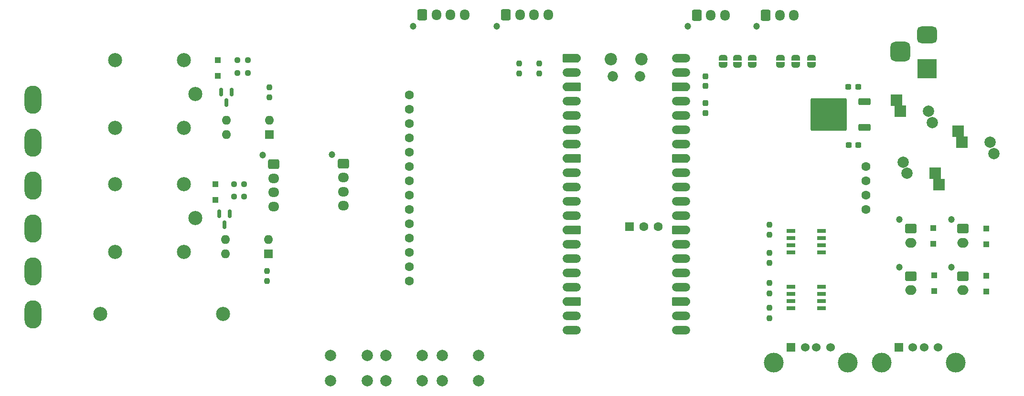
<source format=gts>
%TF.GenerationSoftware,KiCad,Pcbnew,9.0.0-rc3*%
%TF.CreationDate,2025-02-18T21:04:31+09:00*%
%TF.ProjectId,hydroponics,68796472-6f70-46f6-9e69-63732e6b6963,rev?*%
%TF.SameCoordinates,Original*%
%TF.FileFunction,Soldermask,Top*%
%TF.FilePolarity,Negative*%
%FSLAX46Y46*%
G04 Gerber Fmt 4.6, Leading zero omitted, Abs format (unit mm)*
G04 Created by KiCad (PCBNEW 9.0.0-rc3) date 2025-02-18 21:04:31*
%MOMM*%
%LPD*%
G01*
G04 APERTURE LIST*
G04 Aperture macros list*
%AMRoundRect*
0 Rectangle with rounded corners*
0 $1 Rounding radius*
0 $2 $3 $4 $5 $6 $7 $8 $9 X,Y pos of 4 corners*
0 Add a 4 corners polygon primitive as box body*
4,1,4,$2,$3,$4,$5,$6,$7,$8,$9,$2,$3,0*
0 Add four circle primitives for the rounded corners*
1,1,$1+$1,$2,$3*
1,1,$1+$1,$4,$5*
1,1,$1+$1,$6,$7*
1,1,$1+$1,$8,$9*
0 Add four rect primitives between the rounded corners*
20,1,$1+$1,$2,$3,$4,$5,0*
20,1,$1+$1,$4,$5,$6,$7,0*
20,1,$1+$1,$6,$7,$8,$9,0*
20,1,$1+$1,$8,$9,$2,$3,0*%
%AMFreePoly0*
4,1,23,0.500000,-0.750000,0.000000,-0.750000,0.000000,-0.745722,-0.065263,-0.745722,-0.191342,-0.711940,-0.304381,-0.646677,-0.396677,-0.554381,-0.461940,-0.441342,-0.495722,-0.315263,-0.495722,-0.250000,-0.500000,-0.250000,-0.500000,0.250000,-0.495722,0.250000,-0.495722,0.315263,-0.461940,0.441342,-0.396677,0.554381,-0.304381,0.646677,-0.191342,0.711940,-0.065263,0.745722,0.000000,0.745722,
0.000000,0.750000,0.500000,0.750000,0.500000,-0.750000,0.500000,-0.750000,$1*%
%AMFreePoly1*
4,1,23,0.000000,0.745722,0.065263,0.745722,0.191342,0.711940,0.304381,0.646677,0.396677,0.554381,0.461940,0.441342,0.495722,0.315263,0.495722,0.250000,0.500000,0.250000,0.500000,-0.250000,0.495722,-0.250000,0.495722,-0.315263,0.461940,-0.441342,0.396677,-0.554381,0.304381,-0.646677,0.191342,-0.711940,0.065263,-0.745722,0.000000,-0.745722,0.000000,-0.750000,-0.500000,-0.750000,
-0.500000,0.750000,0.000000,0.750000,0.000000,0.745722,0.000000,0.745722,$1*%
%AMFreePoly2*
4,1,37,0.800000,0.796148,0.878414,0.796148,1.032228,0.765552,1.177117,0.705537,1.307515,0.618408,1.418408,0.507515,1.505537,0.377117,1.565552,0.232228,1.596148,0.078414,1.596148,-0.078414,1.565552,-0.232228,1.505537,-0.377117,1.418408,-0.507515,1.307515,-0.618408,1.177117,-0.705537,1.032228,-0.765552,0.878414,-0.796148,0.800000,-0.796148,0.800000,-0.800000,-1.400000,-0.800000,
-1.403843,-0.796157,-1.439018,-0.796157,-1.511114,-0.766294,-1.566294,-0.711114,-1.596157,-0.639018,-1.596157,-0.603843,-1.600000,-0.600000,-1.600000,0.600000,-1.596157,0.603843,-1.596157,0.639018,-1.566294,0.711114,-1.511114,0.766294,-1.439018,0.796157,-1.403843,0.796157,-1.400000,0.800000,0.800000,0.800000,0.800000,0.796148,0.800000,0.796148,$1*%
%AMFreePoly3*
4,1,37,1.403843,0.796157,1.439018,0.796157,1.511114,0.766294,1.566294,0.711114,1.596157,0.639018,1.596157,0.603843,1.600000,0.600000,1.600000,-0.600000,1.596157,-0.603843,1.596157,-0.639018,1.566294,-0.711114,1.511114,-0.766294,1.439018,-0.796157,1.403843,-0.796157,1.400000,-0.800000,-0.800000,-0.800000,-0.800000,-0.796148,-0.878414,-0.796148,-1.032228,-0.765552,-1.177117,-0.705537,
-1.307515,-0.618408,-1.418408,-0.507515,-1.505537,-0.377117,-1.565552,-0.232228,-1.596148,-0.078414,-1.596148,0.078414,-1.565552,0.232228,-1.505537,0.377117,-1.418408,0.507515,-1.307515,0.618408,-1.177117,0.705537,-1.032228,0.765552,-0.878414,0.796148,-0.800000,0.796148,-0.800000,0.800000,1.400000,0.800000,1.403843,0.796157,1.403843,0.796157,$1*%
G04 Aperture macros list end*
%ADD10C,1.200000*%
%ADD11RoundRect,0.250000X-0.600000X-0.725000X0.600000X-0.725000X0.600000X0.725000X-0.600000X0.725000X0*%
%ADD12O,1.700000X1.950000*%
%ADD13RoundRect,0.250000X-0.750000X0.600000X-0.750000X-0.600000X0.750000X-0.600000X0.750000X0.600000X0*%
%ADD14O,2.000000X1.700000*%
%ADD15RoundRect,0.250000X-0.300000X0.300000X-0.300000X-0.300000X0.300000X-0.300000X0.300000X0.300000X0*%
%ADD16R,1.525000X0.700000*%
%ADD17RoundRect,0.237500X-0.237500X0.250000X-0.237500X-0.250000X0.237500X-0.250000X0.237500X0.250000X0*%
%ADD18R,2.000000X2.000000*%
%ADD19C,2.000000*%
%ADD20RoundRect,0.150000X-0.150000X0.587500X-0.150000X-0.587500X0.150000X-0.587500X0.150000X0.587500X0*%
%ADD21FreePoly0,90.000000*%
%ADD22FreePoly1,90.000000*%
%ADD23RoundRect,0.237500X-0.250000X-0.237500X0.250000X-0.237500X0.250000X0.237500X-0.250000X0.237500X0*%
%ADD24RoundRect,0.250000X-0.725000X0.600000X-0.725000X-0.600000X0.725000X-0.600000X0.725000X0.600000X0*%
%ADD25O,1.950000X1.700000*%
%ADD26C,2.500000*%
%ADD27C,1.600000*%
%ADD28RoundRect,0.237500X0.237500X-0.250000X0.237500X0.250000X-0.237500X0.250000X-0.237500X-0.250000X0*%
%ADD29RoundRect,0.237500X0.300000X0.237500X-0.300000X0.237500X-0.300000X-0.237500X0.300000X-0.237500X0*%
%ADD30C,2.200000*%
%ADD31C,1.850000*%
%ADD32FreePoly2,0.000000*%
%ADD33RoundRect,0.800000X-0.800000X-0.000010X0.800000X-0.000010X0.800000X0.000010X-0.800000X0.000010X0*%
%ADD34FreePoly3,0.000000*%
%ADD35RoundRect,0.200000X-0.600000X-0.600000X0.600000X-0.600000X0.600000X0.600000X-0.600000X0.600000X0*%
%ADD36R,1.524000X1.524000*%
%ADD37C,1.524000*%
%ADD38C,3.500000*%
%ADD39RoundRect,0.237500X-0.237500X0.300000X-0.237500X-0.300000X0.237500X-0.300000X0.237500X0.300000X0*%
%ADD40RoundRect,0.237500X0.237500X-0.300000X0.237500X0.300000X-0.237500X0.300000X-0.237500X-0.300000X0*%
%ADD41O,3.000000X5.000000*%
%ADD42R,1.600000X1.600000*%
%ADD43O,1.600000X1.600000*%
%ADD44RoundRect,0.250000X0.850000X0.350000X-0.850000X0.350000X-0.850000X-0.350000X0.850000X-0.350000X0*%
%ADD45RoundRect,0.249997X2.950003X2.650003X-2.950003X2.650003X-2.950003X-2.650003X2.950003X-2.650003X0*%
%ADD46R,3.500000X3.500000*%
%ADD47RoundRect,0.750000X-1.000000X0.750000X-1.000000X-0.750000X1.000000X-0.750000X1.000000X0.750000X0*%
%ADD48RoundRect,0.875000X-0.875000X0.875000X-0.875000X-0.875000X0.875000X-0.875000X0.875000X0.875000X0*%
G04 APERTURE END LIST*
D10*
%TO.C,J7*%
X122950000Y-63705000D03*
D11*
X124550000Y-61705000D03*
D12*
X127050000Y-61705000D03*
X129550000Y-61705000D03*
X132050000Y-61705000D03*
%TD*%
D10*
%TO.C,OUT2*%
X203575000Y-98030000D03*
D13*
X205575000Y-99630000D03*
D14*
X205575000Y-102130000D03*
%TD*%
D15*
%TO.C,D1*%
X200350000Y-99480000D03*
X200350000Y-102280000D03*
%TD*%
D16*
%TO.C,IC2*%
X175088000Y-109925000D03*
X175088000Y-111195000D03*
X175088000Y-112465000D03*
X175088000Y-113735000D03*
X180512000Y-113735000D03*
X180512000Y-112465000D03*
X180512000Y-111195000D03*
X180512000Y-109925000D03*
%TD*%
D15*
%TO.C,D6*%
X73500000Y-69725000D03*
X73500000Y-72525000D03*
%TD*%
D17*
%TO.C,R4*%
X171300000Y-103887500D03*
X171300000Y-105712500D03*
%TD*%
D15*
%TO.C,D2*%
X209750000Y-99580000D03*
X209750000Y-102380000D03*
%TD*%
D18*
%TO.C,C3*%
X204745179Y-82300000D03*
X205417323Y-84300000D03*
D19*
X210417323Y-84300000D03*
X211089467Y-86300000D03*
%TD*%
D15*
%TO.C,D4*%
X209750000Y-107980000D03*
X209750000Y-110780000D03*
%TD*%
D20*
%TO.C,Q2*%
X75950000Y-75387500D03*
X74050000Y-75387500D03*
X75000000Y-77262500D03*
%TD*%
D21*
%TO.C,JP6*%
X173200000Y-70600000D03*
D22*
X173200000Y-69300000D03*
%TD*%
D23*
%TO.C,R7*%
X76337500Y-91750000D03*
X78162500Y-91750000D03*
%TD*%
D10*
%TO.C,J10*%
X81425000Y-86575000D03*
D24*
X83425000Y-88175000D03*
D25*
X83425000Y-90675000D03*
X83425000Y-93175000D03*
X83425000Y-95675000D03*
%TD*%
D21*
%TO.C,JP4*%
X178700000Y-70600000D03*
D22*
X178700000Y-69300000D03*
%TD*%
D26*
%TO.C,U5*%
X67500000Y-81725000D03*
X67500000Y-69725000D03*
X69500000Y-75725000D03*
X55300000Y-69725000D03*
X55300000Y-81725000D03*
%TD*%
D17*
%TO.C,R9*%
X82200000Y-107112500D03*
X82200000Y-108937500D03*
%TD*%
D21*
%TO.C,JP2*%
X165600000Y-70580000D03*
D22*
X165600000Y-69280000D03*
%TD*%
D21*
%TO.C,JP1*%
X168200000Y-70580000D03*
D22*
X168200000Y-69280000D03*
%TD*%
D23*
%TO.C,R10*%
X76987500Y-69725000D03*
X78812500Y-69725000D03*
%TD*%
D27*
%TO.C,U2*%
X107400000Y-75890000D03*
X107400000Y-78430000D03*
X107400000Y-80970000D03*
X107400000Y-83510000D03*
X107400000Y-86050000D03*
X107400000Y-88590000D03*
X107400000Y-91130000D03*
X107400000Y-93670000D03*
X107400000Y-96210000D03*
X107400000Y-98750000D03*
X107400000Y-101290000D03*
X107400000Y-103830000D03*
X107400000Y-106370000D03*
X107400000Y-108910000D03*
X188400000Y-88590000D03*
X188400000Y-91130000D03*
X188400000Y-93670000D03*
X188400000Y-96210000D03*
%TD*%
D19*
%TO.C,SW1*%
X93450000Y-122150000D03*
X99950000Y-122150000D03*
X93450000Y-126650000D03*
X99950000Y-126650000D03*
%TD*%
D28*
%TO.C,R5*%
X171300000Y-111112500D03*
X171300000Y-109287500D03*
%TD*%
D19*
%TO.C,SW3*%
X113250000Y-122150000D03*
X119750000Y-122150000D03*
X113250000Y-126650000D03*
X119750000Y-126650000D03*
%TD*%
%TO.C,SW2*%
X103250000Y-122150000D03*
X109750000Y-122150000D03*
X103250000Y-126650000D03*
X109750000Y-126650000D03*
%TD*%
D10*
%TO.C,J6*%
X108150000Y-63705000D03*
D11*
X109750000Y-61705000D03*
D12*
X112250000Y-61705000D03*
X114750000Y-61705000D03*
X117250000Y-61705000D03*
%TD*%
D15*
%TO.C,D3*%
X200450000Y-107905000D03*
X200450000Y-110705000D03*
%TD*%
D26*
%TO.C,U3*%
X67500000Y-103725000D03*
X67500000Y-91725000D03*
X69500000Y-97725000D03*
X55300000Y-91725000D03*
X55300000Y-103725000D03*
%TD*%
D10*
%TO.C,J8*%
X169000000Y-63730000D03*
D11*
X170600000Y-61730000D03*
D12*
X173100000Y-61730000D03*
X175600000Y-61730000D03*
%TD*%
D10*
%TO.C,J5*%
X156800000Y-63730000D03*
D11*
X158400000Y-61730000D03*
D12*
X160900000Y-61730000D03*
X163400000Y-61730000D03*
%TD*%
D26*
%TO.C,F1*%
X52650000Y-114800000D03*
X74450000Y-114800000D03*
%TD*%
D18*
%TO.C,C4*%
X201354821Y-91800000D03*
X200682677Y-89800000D03*
D19*
X195682677Y-89800000D03*
X195010533Y-87800000D03*
%TD*%
D29*
%TO.C,C5*%
X187062500Y-84830000D03*
X185337500Y-84830000D03*
%TD*%
D30*
%TO.C,A1*%
X143175000Y-69525000D03*
D31*
X143475000Y-72555000D03*
X148325000Y-72555000D03*
D30*
X148625000Y-69525000D03*
D32*
X136210000Y-69395000D03*
D33*
X136210000Y-71935000D03*
D34*
X136210000Y-74475000D03*
D33*
X136210000Y-77015000D03*
X136210000Y-79555000D03*
X136210000Y-82095000D03*
X136210000Y-84635000D03*
D34*
X136210000Y-87175000D03*
D33*
X136210000Y-89715000D03*
X136210000Y-92255000D03*
X136210000Y-94795000D03*
X136210000Y-97335000D03*
D34*
X136210000Y-99875000D03*
D33*
X136210000Y-102415000D03*
X136210000Y-104955000D03*
X136210000Y-107495000D03*
X136210000Y-110035000D03*
D34*
X136210000Y-112575000D03*
D33*
X136210000Y-115115000D03*
X136210000Y-117655000D03*
X155590000Y-117655000D03*
X155590000Y-115115000D03*
D32*
X155590000Y-112575000D03*
D33*
X155590000Y-110035000D03*
X155590000Y-107495000D03*
X155590000Y-104955000D03*
X155590000Y-102415000D03*
D32*
X155590000Y-99875000D03*
D33*
X155590000Y-97335000D03*
X155590000Y-94795000D03*
X155590000Y-92255000D03*
X155590000Y-89715000D03*
D32*
X155590000Y-87175000D03*
D33*
X155590000Y-84635000D03*
X155590000Y-82095000D03*
X155590000Y-79555000D03*
X155590000Y-77015000D03*
D32*
X155590000Y-74475000D03*
D33*
X155590000Y-71935000D03*
X155590000Y-69395000D03*
D35*
X146484100Y-99225000D03*
D27*
X149024100Y-99225000D03*
X151564100Y-99225000D03*
%TD*%
D36*
%TO.C,J4*%
X175100000Y-120702500D03*
D37*
X177600000Y-120702500D03*
X179600000Y-120702500D03*
X182100000Y-120702500D03*
D38*
X172030000Y-123412500D03*
X185170000Y-123412500D03*
%TD*%
D39*
%TO.C,C1*%
X159900000Y-72567500D03*
X159900000Y-74292500D03*
%TD*%
D16*
%TO.C,IC1*%
X175088000Y-100025000D03*
X175088000Y-101295000D03*
X175088000Y-102565000D03*
X175088000Y-103835000D03*
X180512000Y-103835000D03*
X180512000Y-102565000D03*
X180512000Y-101295000D03*
X180512000Y-100025000D03*
%TD*%
D10*
%TO.C,OUT4*%
X203575000Y-106430000D03*
D13*
X205575000Y-108030000D03*
D14*
X205575000Y-110530000D03*
%TD*%
D40*
%TO.C,C2*%
X159900000Y-79092500D03*
X159900000Y-77367500D03*
%TD*%
D41*
%TO.C,J9*%
X40700000Y-114850000D03*
X40700000Y-107230000D03*
X40700000Y-99610000D03*
X40700000Y-91990000D03*
X40700000Y-84370000D03*
X40700000Y-76750000D03*
%TD*%
D28*
%TO.C,R3*%
X171300000Y-100712500D03*
X171300000Y-98887500D03*
%TD*%
%TO.C,R2*%
X130500000Y-72112500D03*
X130500000Y-70287500D03*
%TD*%
D36*
%TO.C,J3*%
X194200000Y-120702500D03*
D37*
X196700000Y-120702500D03*
X198700000Y-120702500D03*
X201200000Y-120702500D03*
D38*
X191130000Y-123412500D03*
X204270000Y-123412500D03*
%TD*%
D23*
%TO.C,R11*%
X76987500Y-72025000D03*
X78812500Y-72025000D03*
%TD*%
D17*
%TO.C,R6*%
X171300000Y-113687500D03*
X171300000Y-115512500D03*
%TD*%
D23*
%TO.C,R8*%
X76337500Y-93950000D03*
X78162500Y-93950000D03*
%TD*%
D21*
%TO.C,JP5*%
X175900000Y-70600000D03*
D22*
X175900000Y-69300000D03*
%TD*%
D42*
%TO.C,U6*%
X82600000Y-82900000D03*
D43*
X82600000Y-80360000D03*
X74980000Y-80360000D03*
X74980000Y-82900000D03*
%TD*%
D10*
%TO.C,OUT1*%
X194300000Y-98030000D03*
D13*
X196300000Y-99630000D03*
D14*
X196300000Y-102130000D03*
%TD*%
D28*
%TO.C,R12*%
X82600000Y-76337500D03*
X82600000Y-74512500D03*
%TD*%
D44*
%TO.C,U1*%
X188100000Y-81637500D03*
D45*
X181800000Y-79357500D03*
D44*
X188100000Y-77077500D03*
%TD*%
D15*
%TO.C,D5*%
X73050000Y-91750000D03*
X73050000Y-94550000D03*
%TD*%
D20*
%TO.C,Q1*%
X75600000Y-97012500D03*
X73700000Y-97012500D03*
X74650000Y-98887500D03*
%TD*%
D29*
%TO.C,C6*%
X187000000Y-74430000D03*
X185275000Y-74430000D03*
%TD*%
D21*
%TO.C,JP3*%
X163100000Y-70580000D03*
D22*
X163100000Y-69280000D03*
%TD*%
D10*
%TO.C,OUT3*%
X194300000Y-106455000D03*
D13*
X196300000Y-108055000D03*
D14*
X196300000Y-110555000D03*
%TD*%
D42*
%TO.C,U4*%
X82500000Y-104125000D03*
D43*
X82500000Y-101585000D03*
X74880000Y-101585000D03*
X74880000Y-104125000D03*
%TD*%
D10*
%TO.C,J2*%
X93725000Y-86480000D03*
D24*
X95725000Y-88080000D03*
D25*
X95725000Y-90580000D03*
X95725000Y-93080000D03*
X95725000Y-95580000D03*
%TD*%
D46*
%TO.C,J1*%
X199200000Y-71200000D03*
D47*
X199200000Y-65200000D03*
D48*
X194500000Y-68200000D03*
%TD*%
D28*
%TO.C,R1*%
X126900000Y-72112500D03*
X126900000Y-70287500D03*
%TD*%
D18*
%TO.C,C7*%
X193827856Y-76800000D03*
X194500000Y-78800000D03*
D19*
X199500000Y-78800000D03*
X200172144Y-80800000D03*
%TD*%
M02*

</source>
